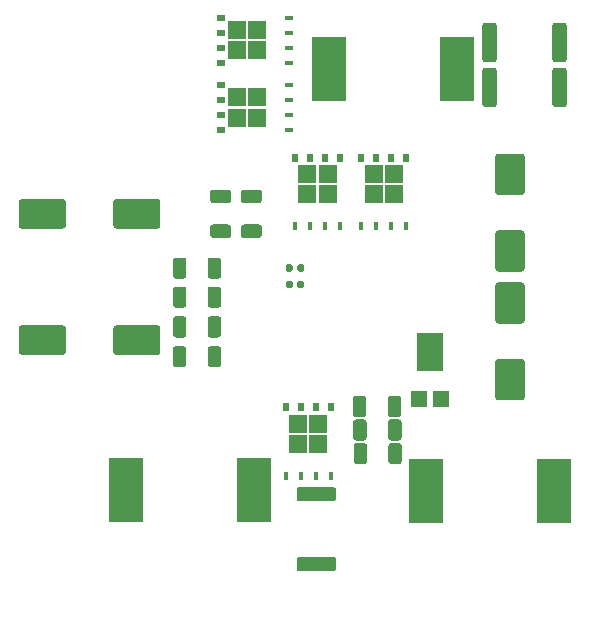
<source format=gbr>
%TF.GenerationSoftware,KiCad,Pcbnew,(5.1.8)-1*%
%TF.CreationDate,2021-10-03T21:30:47+08:00*%
%TF.ProjectId,-18v~18v Dual-Power,2d313876-7e31-4387-9620-4475616c2d50,rev?*%
%TF.SameCoordinates,Original*%
%TF.FileFunction,Paste,Bot*%
%TF.FilePolarity,Positive*%
%FSLAX46Y46*%
G04 Gerber Fmt 4.6, Leading zero omitted, Abs format (unit mm)*
G04 Created by KiCad (PCBNEW (5.1.8)-1) date 2021-10-03 21:30:47*
%MOMM*%
%LPD*%
G01*
G04 APERTURE LIST*
%ADD10C,0.010000*%
%ADD11R,1.390000X1.400000*%
%ADD12R,0.500000X0.750000*%
%ADD13R,1.500000X1.500000*%
%ADD14R,0.400000X0.750000*%
%ADD15R,0.750000X0.500000*%
%ADD16R,0.750000X0.400000*%
%ADD17R,2.900000X5.400000*%
G04 APERTURE END LIST*
D10*
%TO.C,D3*%
G36*
X149360000Y-91634000D02*
G01*
X147240000Y-91634000D01*
X147240000Y-94714000D01*
X149360000Y-94714000D01*
X149360000Y-91634000D01*
G37*
X149360000Y-91634000D02*
X147240000Y-91634000D01*
X147240000Y-94714000D01*
X149360000Y-94714000D01*
X149360000Y-91634000D01*
%TD*%
D11*
%TO.C,D3*%
X147380000Y-97156000D03*
X149220000Y-97156000D03*
%TD*%
%TO.C,R17*%
G36*
G01*
X153980000Y-65574999D02*
X153980000Y-68425001D01*
G75*
G02*
X153730001Y-68675000I-249999J0D01*
G01*
X153004999Y-68675000D01*
G75*
G02*
X152755000Y-68425001I0J249999D01*
G01*
X152755000Y-65574999D01*
G75*
G02*
X153004999Y-65325000I249999J0D01*
G01*
X153730001Y-65325000D01*
G75*
G02*
X153980000Y-65574999I0J-249999D01*
G01*
G37*
G36*
G01*
X159905000Y-65574999D02*
X159905000Y-68425001D01*
G75*
G02*
X159655001Y-68675000I-249999J0D01*
G01*
X158929999Y-68675000D01*
G75*
G02*
X158680000Y-68425001I0J249999D01*
G01*
X158680000Y-65574999D01*
G75*
G02*
X158929999Y-65325000I249999J0D01*
G01*
X159655001Y-65325000D01*
G75*
G02*
X159905000Y-65574999I0J-249999D01*
G01*
G37*
%TD*%
D12*
%TO.C,Q5*%
X142495000Y-76735000D03*
X143765000Y-76735000D03*
X145035000Y-76735000D03*
X146305000Y-76735000D03*
D13*
X143550000Y-79840000D03*
X145250000Y-79840000D03*
X143550000Y-78140000D03*
X145250000Y-78140000D03*
D14*
X142495000Y-82540000D03*
X143765000Y-82540000D03*
X145035000Y-82540000D03*
X146305000Y-82540000D03*
%TD*%
D15*
%TO.C,Q4*%
X130595000Y-68705000D03*
X130595000Y-67435000D03*
X130595000Y-66165000D03*
X130595000Y-64895000D03*
D13*
X133700000Y-67650000D03*
X133700000Y-65950000D03*
X132000000Y-67650000D03*
X132000000Y-65950000D03*
D16*
X136400000Y-68705000D03*
X136400000Y-67435000D03*
X136400000Y-66165000D03*
X136400000Y-64895000D03*
%TD*%
%TO.C,Cx1*%
G36*
G01*
X127700000Y-85449999D02*
X127700000Y-86750001D01*
G75*
G02*
X127450001Y-87000000I-249999J0D01*
G01*
X126799999Y-87000000D01*
G75*
G02*
X126550000Y-86750001I0J249999D01*
G01*
X126550000Y-85449999D01*
G75*
G02*
X126799999Y-85200000I249999J0D01*
G01*
X127450001Y-85200000D01*
G75*
G02*
X127700000Y-85449999I0J-249999D01*
G01*
G37*
G36*
G01*
X130650000Y-85449999D02*
X130650000Y-86750001D01*
G75*
G02*
X130400001Y-87000000I-249999J0D01*
G01*
X129749999Y-87000000D01*
G75*
G02*
X129500000Y-86750001I0J249999D01*
G01*
X129500000Y-85449999D01*
G75*
G02*
X129749999Y-85200000I249999J0D01*
G01*
X130400001Y-85200000D01*
G75*
G02*
X130650000Y-85449999I0J-249999D01*
G01*
G37*
%TD*%
%TO.C,C24*%
G36*
G01*
X129949999Y-82400000D02*
X131250001Y-82400000D01*
G75*
G02*
X131500000Y-82649999I0J-249999D01*
G01*
X131500000Y-83300001D01*
G75*
G02*
X131250001Y-83550000I-249999J0D01*
G01*
X129949999Y-83550000D01*
G75*
G02*
X129700000Y-83300001I0J249999D01*
G01*
X129700000Y-82649999D01*
G75*
G02*
X129949999Y-82400000I249999J0D01*
G01*
G37*
G36*
G01*
X129949999Y-79450000D02*
X131250001Y-79450000D01*
G75*
G02*
X131500000Y-79699999I0J-249999D01*
G01*
X131500000Y-80350001D01*
G75*
G02*
X131250001Y-80600000I-249999J0D01*
G01*
X129949999Y-80600000D01*
G75*
G02*
X129700000Y-80350001I0J249999D01*
G01*
X129700000Y-79699999D01*
G75*
G02*
X129949999Y-79450000I249999J0D01*
G01*
G37*
%TD*%
%TO.C,C22*%
G36*
G01*
X132549999Y-82400000D02*
X133850001Y-82400000D01*
G75*
G02*
X134100000Y-82649999I0J-249999D01*
G01*
X134100000Y-83300001D01*
G75*
G02*
X133850001Y-83550000I-249999J0D01*
G01*
X132549999Y-83550000D01*
G75*
G02*
X132300000Y-83300001I0J249999D01*
G01*
X132300000Y-82649999D01*
G75*
G02*
X132549999Y-82400000I249999J0D01*
G01*
G37*
G36*
G01*
X132549999Y-79450000D02*
X133850001Y-79450000D01*
G75*
G02*
X134100000Y-79699999I0J-249999D01*
G01*
X134100000Y-80350001D01*
G75*
G02*
X133850001Y-80600000I-249999J0D01*
G01*
X132549999Y-80600000D01*
G75*
G02*
X132300000Y-80350001I0J249999D01*
G01*
X132300000Y-79699999D01*
G75*
G02*
X132549999Y-79450000I249999J0D01*
G01*
G37*
%TD*%
%TO.C,C20*%
G36*
G01*
X142965000Y-99149999D02*
X142965000Y-100450001D01*
G75*
G02*
X142715001Y-100700000I-249999J0D01*
G01*
X142064999Y-100700000D01*
G75*
G02*
X141815000Y-100450001I0J249999D01*
G01*
X141815000Y-99149999D01*
G75*
G02*
X142064999Y-98900000I249999J0D01*
G01*
X142715001Y-98900000D01*
G75*
G02*
X142965000Y-99149999I0J-249999D01*
G01*
G37*
G36*
G01*
X145915000Y-99149999D02*
X145915000Y-100450001D01*
G75*
G02*
X145665001Y-100700000I-249999J0D01*
G01*
X145014999Y-100700000D01*
G75*
G02*
X144765000Y-100450001I0J249999D01*
G01*
X144765000Y-99149999D01*
G75*
G02*
X145014999Y-98900000I249999J0D01*
G01*
X145665001Y-98900000D01*
G75*
G02*
X145915000Y-99149999I0J-249999D01*
G01*
G37*
%TD*%
%TO.C,C19*%
G36*
G01*
X143000000Y-101149999D02*
X143000000Y-102450001D01*
G75*
G02*
X142750001Y-102700000I-249999J0D01*
G01*
X142099999Y-102700000D01*
G75*
G02*
X141850000Y-102450001I0J249999D01*
G01*
X141850000Y-101149999D01*
G75*
G02*
X142099999Y-100900000I249999J0D01*
G01*
X142750001Y-100900000D01*
G75*
G02*
X143000000Y-101149999I0J-249999D01*
G01*
G37*
G36*
G01*
X145950000Y-101149999D02*
X145950000Y-102450001D01*
G75*
G02*
X145700001Y-102700000I-249999J0D01*
G01*
X145049999Y-102700000D01*
G75*
G02*
X144800000Y-102450001I0J249999D01*
G01*
X144800000Y-101149999D01*
G75*
G02*
X145049999Y-100900000I249999J0D01*
G01*
X145700001Y-100900000D01*
G75*
G02*
X145950000Y-101149999I0J-249999D01*
G01*
G37*
%TD*%
%TO.C,C18*%
G36*
G01*
X142940000Y-97169999D02*
X142940000Y-98470001D01*
G75*
G02*
X142690001Y-98720000I-249999J0D01*
G01*
X142039999Y-98720000D01*
G75*
G02*
X141790000Y-98470001I0J249999D01*
G01*
X141790000Y-97169999D01*
G75*
G02*
X142039999Y-96920000I249999J0D01*
G01*
X142690001Y-96920000D01*
G75*
G02*
X142940000Y-97169999I0J-249999D01*
G01*
G37*
G36*
G01*
X145890000Y-97169999D02*
X145890000Y-98470001D01*
G75*
G02*
X145640001Y-98720000I-249999J0D01*
G01*
X144989999Y-98720000D01*
G75*
G02*
X144740000Y-98470001I0J249999D01*
G01*
X144740000Y-97169999D01*
G75*
G02*
X144989999Y-96920000I249999J0D01*
G01*
X145640001Y-96920000D01*
G75*
G02*
X145890000Y-97169999I0J-249999D01*
G01*
G37*
%TD*%
%TO.C,C4*%
G36*
G01*
X129500000Y-89205557D02*
X129500000Y-87905555D01*
G75*
G02*
X129749999Y-87655556I249999J0D01*
G01*
X130400001Y-87655556D01*
G75*
G02*
X130650000Y-87905555I0J-249999D01*
G01*
X130650000Y-89205557D01*
G75*
G02*
X130400001Y-89455556I-249999J0D01*
G01*
X129749999Y-89455556D01*
G75*
G02*
X129500000Y-89205557I0J249999D01*
G01*
G37*
G36*
G01*
X126550000Y-89205557D02*
X126550000Y-87905555D01*
G75*
G02*
X126799999Y-87655556I249999J0D01*
G01*
X127450001Y-87655556D01*
G75*
G02*
X127700000Y-87905555I0J-249999D01*
G01*
X127700000Y-89205557D01*
G75*
G02*
X127450001Y-89455556I-249999J0D01*
G01*
X126799999Y-89455556D01*
G75*
G02*
X126550000Y-89205557I0J249999D01*
G01*
G37*
%TD*%
%TO.C,C3*%
G36*
G01*
X129500000Y-91727779D02*
X129500000Y-90427777D01*
G75*
G02*
X129749999Y-90177778I249999J0D01*
G01*
X130400001Y-90177778D01*
G75*
G02*
X130650000Y-90427777I0J-249999D01*
G01*
X130650000Y-91727779D01*
G75*
G02*
X130400001Y-91977778I-249999J0D01*
G01*
X129749999Y-91977778D01*
G75*
G02*
X129500000Y-91727779I0J249999D01*
G01*
G37*
G36*
G01*
X126550000Y-91727779D02*
X126550000Y-90427777D01*
G75*
G02*
X126799999Y-90177778I249999J0D01*
G01*
X127450001Y-90177778D01*
G75*
G02*
X127700000Y-90427777I0J-249999D01*
G01*
X127700000Y-91727779D01*
G75*
G02*
X127450001Y-91977778I-249999J0D01*
G01*
X126799999Y-91977778D01*
G75*
G02*
X126550000Y-91727779I0J249999D01*
G01*
G37*
%TD*%
%TO.C,C2*%
G36*
G01*
X129500000Y-94250001D02*
X129500000Y-92949999D01*
G75*
G02*
X129749999Y-92700000I249999J0D01*
G01*
X130400001Y-92700000D01*
G75*
G02*
X130650000Y-92949999I0J-249999D01*
G01*
X130650000Y-94250001D01*
G75*
G02*
X130400001Y-94500000I-249999J0D01*
G01*
X129749999Y-94500000D01*
G75*
G02*
X129500000Y-94250001I0J249999D01*
G01*
G37*
G36*
G01*
X126550000Y-94250001D02*
X126550000Y-92949999D01*
G75*
G02*
X126799999Y-92700000I249999J0D01*
G01*
X127450001Y-92700000D01*
G75*
G02*
X127700000Y-92949999I0J-249999D01*
G01*
X127700000Y-94250001D01*
G75*
G02*
X127450001Y-94500000I-249999J0D01*
G01*
X126799999Y-94500000D01*
G75*
G02*
X126550000Y-94250001I0J249999D01*
G01*
G37*
%TD*%
%TO.C,C32*%
G36*
G01*
X117500000Y-80500000D02*
X117500000Y-82500000D01*
G75*
G02*
X117250000Y-82750000I-250000J0D01*
G01*
X113750000Y-82750000D01*
G75*
G02*
X113500000Y-82500000I0J250000D01*
G01*
X113500000Y-80500000D01*
G75*
G02*
X113750000Y-80250000I250000J0D01*
G01*
X117250000Y-80250000D01*
G75*
G02*
X117500000Y-80500000I0J-250000D01*
G01*
G37*
G36*
G01*
X125500000Y-80500000D02*
X125500000Y-82500000D01*
G75*
G02*
X125250000Y-82750000I-250000J0D01*
G01*
X121750000Y-82750000D01*
G75*
G02*
X121500000Y-82500000I0J250000D01*
G01*
X121500000Y-80500000D01*
G75*
G02*
X121750000Y-80250000I250000J0D01*
G01*
X125250000Y-80250000D01*
G75*
G02*
X125500000Y-80500000I0J-250000D01*
G01*
G37*
%TD*%
D17*
%TO.C,L1*%
X147950000Y-105000000D03*
X158850000Y-105000000D03*
%TD*%
%TO.C,R14*%
G36*
G01*
X153980000Y-69374999D02*
X153980000Y-72225001D01*
G75*
G02*
X153730001Y-72475000I-249999J0D01*
G01*
X153004999Y-72475000D01*
G75*
G02*
X152755000Y-72225001I0J249999D01*
G01*
X152755000Y-69374999D01*
G75*
G02*
X153004999Y-69125000I249999J0D01*
G01*
X153730001Y-69125000D01*
G75*
G02*
X153980000Y-69374999I0J-249999D01*
G01*
G37*
G36*
G01*
X159905000Y-69374999D02*
X159905000Y-72225001D01*
G75*
G02*
X159655001Y-72475000I-249999J0D01*
G01*
X158929999Y-72475000D01*
G75*
G02*
X158680000Y-72225001I0J249999D01*
G01*
X158680000Y-69374999D01*
G75*
G02*
X158929999Y-69125000I249999J0D01*
G01*
X159655001Y-69125000D01*
G75*
G02*
X159905000Y-69374999I0J-249999D01*
G01*
G37*
%TD*%
%TO.C,R12*%
G36*
G01*
X137274999Y-110550000D02*
X140125001Y-110550000D01*
G75*
G02*
X140375000Y-110799999I0J-249999D01*
G01*
X140375000Y-111525001D01*
G75*
G02*
X140125001Y-111775000I-249999J0D01*
G01*
X137274999Y-111775000D01*
G75*
G02*
X137025000Y-111525001I0J249999D01*
G01*
X137025000Y-110799999D01*
G75*
G02*
X137274999Y-110550000I249999J0D01*
G01*
G37*
G36*
G01*
X137274999Y-104625000D02*
X140125001Y-104625000D01*
G75*
G02*
X140375000Y-104874999I0J-249999D01*
G01*
X140375000Y-105600001D01*
G75*
G02*
X140125001Y-105850000I-249999J0D01*
G01*
X137274999Y-105850000D01*
G75*
G02*
X137025000Y-105600001I0J249999D01*
G01*
X137025000Y-104874999D01*
G75*
G02*
X137274999Y-104625000I249999J0D01*
G01*
G37*
%TD*%
D12*
%TO.C,Q1*%
X136095000Y-97895000D03*
X137365000Y-97895000D03*
X138635000Y-97895000D03*
X139905000Y-97895000D03*
D13*
X137150000Y-101000000D03*
X138850000Y-101000000D03*
X137150000Y-99300000D03*
X138850000Y-99300000D03*
D14*
X136095000Y-103700000D03*
X137365000Y-103700000D03*
X138635000Y-103700000D03*
X139905000Y-103700000D03*
%TD*%
D17*
%TO.C,L3*%
X150650000Y-69200000D03*
X139750000Y-69200000D03*
%TD*%
%TO.C,L2*%
X133450000Y-104900000D03*
X122550000Y-104900000D03*
%TD*%
%TO.C,C29*%
G36*
G01*
X154100000Y-82900000D02*
X156100000Y-82900000D01*
G75*
G02*
X156350000Y-83150000I0J-250000D01*
G01*
X156350000Y-86150000D01*
G75*
G02*
X156100000Y-86400000I-250000J0D01*
G01*
X154100000Y-86400000D01*
G75*
G02*
X153850000Y-86150000I0J250000D01*
G01*
X153850000Y-83150000D01*
G75*
G02*
X154100000Y-82900000I250000J0D01*
G01*
G37*
G36*
G01*
X154100000Y-76400000D02*
X156100000Y-76400000D01*
G75*
G02*
X156350000Y-76650000I0J-250000D01*
G01*
X156350000Y-79650000D01*
G75*
G02*
X156100000Y-79900000I-250000J0D01*
G01*
X154100000Y-79900000D01*
G75*
G02*
X153850000Y-79650000I0J250000D01*
G01*
X153850000Y-76650000D01*
G75*
G02*
X154100000Y-76400000I250000J0D01*
G01*
G37*
%TD*%
D15*
%TO.C,Q3*%
X130595000Y-74405000D03*
X130595000Y-73135000D03*
X130595000Y-71865000D03*
X130595000Y-70595000D03*
D13*
X133700000Y-73350000D03*
X133700000Y-71650000D03*
X132000000Y-73350000D03*
X132000000Y-71650000D03*
D16*
X136400000Y-74405000D03*
X136400000Y-73135000D03*
X136400000Y-71865000D03*
X136400000Y-70595000D03*
%TD*%
D12*
%TO.C,Q2*%
X136895000Y-76735000D03*
X138165000Y-76735000D03*
X139435000Y-76735000D03*
X140705000Y-76735000D03*
D13*
X137950000Y-79840000D03*
X139650000Y-79840000D03*
X137950000Y-78140000D03*
X139650000Y-78140000D03*
D14*
X136895000Y-82540000D03*
X138165000Y-82540000D03*
X139435000Y-82540000D03*
X140705000Y-82540000D03*
%TD*%
%TO.C,D2*%
G36*
G01*
X137090000Y-87672500D02*
X137090000Y-87327500D01*
G75*
G02*
X137237500Y-87180000I147500J0D01*
G01*
X137532500Y-87180000D01*
G75*
G02*
X137680000Y-87327500I0J-147500D01*
G01*
X137680000Y-87672500D01*
G75*
G02*
X137532500Y-87820000I-147500J0D01*
G01*
X137237500Y-87820000D01*
G75*
G02*
X137090000Y-87672500I0J147500D01*
G01*
G37*
G36*
G01*
X136120000Y-87672500D02*
X136120000Y-87327500D01*
G75*
G02*
X136267500Y-87180000I147500J0D01*
G01*
X136562500Y-87180000D01*
G75*
G02*
X136710000Y-87327500I0J-147500D01*
G01*
X136710000Y-87672500D01*
G75*
G02*
X136562500Y-87820000I-147500J0D01*
G01*
X136267500Y-87820000D01*
G75*
G02*
X136120000Y-87672500I0J147500D01*
G01*
G37*
%TD*%
%TO.C,D1*%
G36*
G01*
X137090000Y-86272500D02*
X137090000Y-85927500D01*
G75*
G02*
X137237500Y-85780000I147500J0D01*
G01*
X137532500Y-85780000D01*
G75*
G02*
X137680000Y-85927500I0J-147500D01*
G01*
X137680000Y-86272500D01*
G75*
G02*
X137532500Y-86420000I-147500J0D01*
G01*
X137237500Y-86420000D01*
G75*
G02*
X137090000Y-86272500I0J147500D01*
G01*
G37*
G36*
G01*
X136120000Y-86272500D02*
X136120000Y-85927500D01*
G75*
G02*
X136267500Y-85780000I147500J0D01*
G01*
X136562500Y-85780000D01*
G75*
G02*
X136710000Y-85927500I0J-147500D01*
G01*
X136710000Y-86272500D01*
G75*
G02*
X136562500Y-86420000I-147500J0D01*
G01*
X136267500Y-86420000D01*
G75*
G02*
X136120000Y-86272500I0J147500D01*
G01*
G37*
%TD*%
%TO.C,C16*%
G36*
G01*
X154100000Y-93800000D02*
X156100000Y-93800000D01*
G75*
G02*
X156350000Y-94050000I0J-250000D01*
G01*
X156350000Y-97050000D01*
G75*
G02*
X156100000Y-97300000I-250000J0D01*
G01*
X154100000Y-97300000D01*
G75*
G02*
X153850000Y-97050000I0J250000D01*
G01*
X153850000Y-94050000D01*
G75*
G02*
X154100000Y-93800000I250000J0D01*
G01*
G37*
G36*
G01*
X154100000Y-87300000D02*
X156100000Y-87300000D01*
G75*
G02*
X156350000Y-87550000I0J-250000D01*
G01*
X156350000Y-90550000D01*
G75*
G02*
X156100000Y-90800000I-250000J0D01*
G01*
X154100000Y-90800000D01*
G75*
G02*
X153850000Y-90550000I0J250000D01*
G01*
X153850000Y-87550000D01*
G75*
G02*
X154100000Y-87300000I250000J0D01*
G01*
G37*
%TD*%
%TO.C,C1*%
G36*
G01*
X117500000Y-91200000D02*
X117500000Y-93200000D01*
G75*
G02*
X117250000Y-93450000I-250000J0D01*
G01*
X113750000Y-93450000D01*
G75*
G02*
X113500000Y-93200000I0J250000D01*
G01*
X113500000Y-91200000D01*
G75*
G02*
X113750000Y-90950000I250000J0D01*
G01*
X117250000Y-90950000D01*
G75*
G02*
X117500000Y-91200000I0J-250000D01*
G01*
G37*
G36*
G01*
X125500000Y-91200000D02*
X125500000Y-93200000D01*
G75*
G02*
X125250000Y-93450000I-250000J0D01*
G01*
X121750000Y-93450000D01*
G75*
G02*
X121500000Y-93200000I0J250000D01*
G01*
X121500000Y-91200000D01*
G75*
G02*
X121750000Y-90950000I250000J0D01*
G01*
X125250000Y-90950000D01*
G75*
G02*
X125500000Y-91200000I0J-250000D01*
G01*
G37*
%TD*%
M02*

</source>
